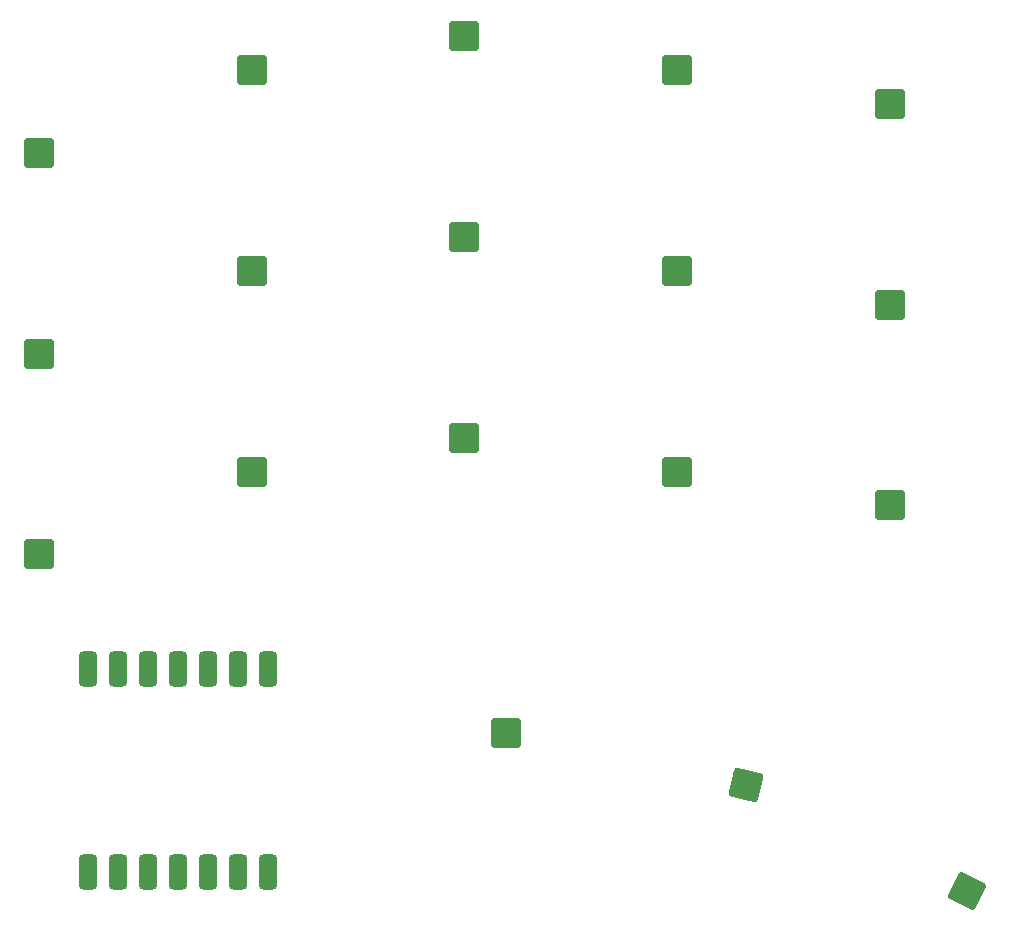
<source format=gbr>
%TF.GenerationSoftware,KiCad,Pcbnew,(6.0.6)*%
%TF.CreationDate,2022-09-25T18:06:26-06:00*%
%TF.ProjectId,miniErgo,6d696e69-4572-4676-9f2e-6b696361645f,rev?*%
%TF.SameCoordinates,Original*%
%TF.FileFunction,Paste,Bot*%
%TF.FilePolarity,Positive*%
%FSLAX46Y46*%
G04 Gerber Fmt 4.6, Leading zero omitted, Abs format (unit mm)*
G04 Created by KiCad (PCBNEW (6.0.6)) date 2022-09-25 18:06:26*
%MOMM*%
%LPD*%
G01*
G04 APERTURE LIST*
G04 Aperture macros list*
%AMRoundRect*
0 Rectangle with rounded corners*
0 $1 Rounding radius*
0 $2 $3 $4 $5 $6 $7 $8 $9 X,Y pos of 4 corners*
0 Add a 4 corners polygon primitive as box body*
4,1,4,$2,$3,$4,$5,$6,$7,$8,$9,$2,$3,0*
0 Add four circle primitives for the rounded corners*
1,1,$1+$1,$2,$3*
1,1,$1+$1,$4,$5*
1,1,$1+$1,$6,$7*
1,1,$1+$1,$8,$9*
0 Add four rect primitives between the rounded corners*
20,1,$1+$1,$2,$3,$4,$5,0*
20,1,$1+$1,$4,$5,$6,$7,0*
20,1,$1+$1,$6,$7,$8,$9,0*
20,1,$1+$1,$8,$9,$2,$3,0*%
G04 Aperture macros list end*
%ADD10RoundRect,0.400000X-0.400000X1.100000X-0.400000X-1.100000X0.400000X-1.100000X0.400000X1.100000X0*%
%ADD11RoundRect,0.250000X-1.025000X-1.000000X1.025000X-1.000000X1.025000X1.000000X-1.025000X1.000000X0*%
%ADD12RoundRect,0.250000X-1.228843X-0.735234X0.765347X-1.210317X1.228843X0.735234X-0.765347X1.210317X0*%
%ADD13RoundRect,0.250000X-1.365778X-0.430436X0.464023X-1.354735X1.365778X0.430436X-0.464023X1.354735X0*%
G04 APERTURE END LIST*
D10*
%TO.C,M1*%
X121344824Y-108986200D03*
X123884824Y-108978700D03*
X126424824Y-108978700D03*
X128964824Y-108978700D03*
X131504824Y-108978700D03*
X134044824Y-108978700D03*
X136584824Y-108978700D03*
X136584824Y-126213700D03*
X134044824Y-126213700D03*
X131504824Y-126213700D03*
X128964824Y-126213700D03*
X126424824Y-126213700D03*
X123884824Y-126213700D03*
X121344824Y-126213700D03*
%TD*%
D11*
%TO.C,SW8*%
X153183736Y-72436200D03*
%TD*%
D12*
%TO.C,SW17*%
X177007574Y-118817811D03*
%TD*%
D11*
%TO.C,SW12*%
X171183736Y-92292400D03*
%TD*%
%TO.C,SW5*%
X135183736Y-75292400D03*
%TD*%
%TO.C,SW1*%
X117183736Y-65292150D03*
%TD*%
D13*
%TO.C,SW18*%
X195764501Y-127784670D03*
%TD*%
D11*
%TO.C,SW3*%
X117183736Y-99292150D03*
%TD*%
%TO.C,SW6*%
X135183736Y-92292400D03*
%TD*%
%TO.C,SW9*%
X153183736Y-89436200D03*
%TD*%
%TO.C,SW7*%
X153183736Y-55436200D03*
%TD*%
%TO.C,SW13*%
X189183736Y-61148600D03*
%TD*%
%TO.C,SW14*%
X189183736Y-78148600D03*
%TD*%
%TO.C,SW4*%
X135183736Y-58292400D03*
%TD*%
%TO.C,SW2*%
X117183736Y-82292150D03*
%TD*%
%TO.C,SW15*%
X189183736Y-95148600D03*
%TD*%
%TO.C,SW11*%
X171183736Y-75292400D03*
%TD*%
%TO.C,SW16*%
X156683911Y-114436200D03*
%TD*%
%TO.C,SW10*%
X171183736Y-58292400D03*
%TD*%
M02*

</source>
